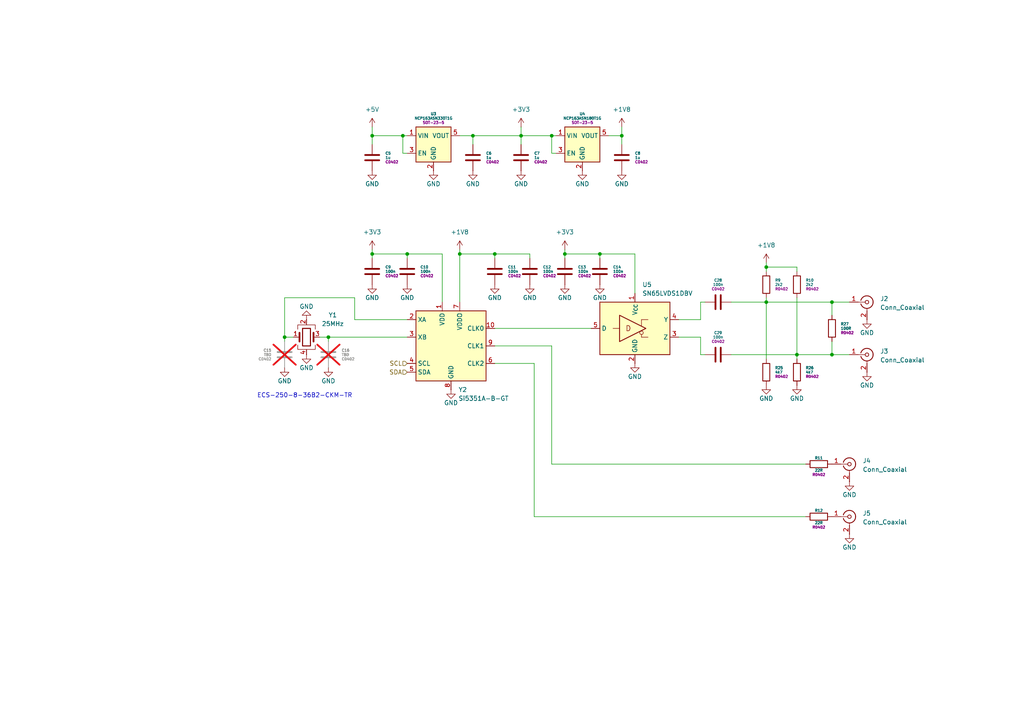
<source format=kicad_sch>
(kicad_sch (version 20250114) (generator "eeschema") (generator_version "9.0")
  (paper "A4")
  (lib_symbols
    (symbol "Connector:Conn_Coaxial" (pin_names (offset 1.016) (hide yes))
      (property "Reference" "J" (at 0.254 3.048 0))
      (property "Value" "Conn_Coaxial" (at 2.921 0 90))
      (symbol "Conn_Coaxial_0_1"
        (polyline (pts (xy -2.54 0) (xy -0.508 0)))
        (arc (start 1.778 0) (mid 0.222 -1.8079) (end -1.778 -0.508) (stroke (width 0.254)))
        (arc (start -1.778 0.508) (mid 0.2221 1.8084) (end 1.778 0) (stroke (width 0.254)))
        (circle (center 0 0) (radius 0.508) (stroke (width 0.2032)))
        (polyline (pts (xy 0 -2.54) (xy 0 -1.778)))
      )
      (symbol "Conn_Coaxial_1_1"
        (pin passive line (at -5.08 0 0) (length 2.54) (name "In") (number "1"))
        (pin passive line (at 0 -5.08 90) (length 2.54) (name "Ext") (number "2"))
      )
    )
    (symbol "Device:C" (pin_numbers (hide yes)) (pin_names (offset 0.254))
      (property "Reference" "C" (at 0.635 2.54 0))
      (property "Value" "C" (at 0.635 -2.54 0))
      (symbol "C_0_1"
        (polyline (pts (xy -2.032 0.762) (xy 2.032 0.762)) (stroke (width 0.508)))
        (polyline (pts (xy -2.032 -0.762) (xy 2.032 -0.762)) (stroke (width 0.508)))
      )
      (symbol "C_1_1"
        (pin passive line (at 0 3.81 270) (length 2.794) (name "~") (number "1"))
        (pin passive line (at 0 -3.81 90) (length 2.794) (name "~") (number "2"))
      )
    )
    (symbol "Device:Crystal_GND24" (pin_names (offset 1.016) (hide yes))
      (property "Reference" "Y" (at 3.175 5.08 0))
      (property "Value" "Crystal_GND24" (at 3.175 3.175 0))
      (symbol "Crystal_GND24_0_1"
        (polyline (pts (xy -2.54 2.286) (xy -2.54 3.556) (xy 2.54 3.556) (xy 2.54 2.286)))
        (polyline (pts (xy -2.54 0) (xy -2.032 0)))
        (polyline (pts (xy -2.54 -2.286) (xy -2.54 -3.556) (xy 2.54 -3.556) (xy 2.54 -2.286)))
        (polyline (pts (xy -2.032 -1.27) (xy -2.032 1.27)) (stroke (width 0.508)))
        (rectangle (start -1.143 2.54) (end 1.143 -2.54) (stroke (width 0.3048)))
        (polyline (pts (xy 0 3.556) (xy 0 3.81)))
        (polyline (pts (xy 0 -3.81) (xy 0 -3.556)))
        (polyline (pts (xy 2.032 0) (xy 2.54 0)))
        (polyline (pts (xy 2.032 -1.27) (xy 2.032 1.27)) (stroke (width 0.508)))
      )
      (symbol "Crystal_GND24_1_1"
        (pin passive line (at -3.81 0 0) (length 1.27) (name "1") (number "1"))
        (pin passive line (at 0 5.08 270) (length 1.27) (name "2") (number "2"))
        (pin passive line (at 0 -5.08 90) (length 1.27) (name "4") (number "4"))
        (pin passive line (at 3.81 0 180) (length 1.27) (name "3") (number "3"))
      )
    )
    (symbol "Device:R" (pin_numbers (hide yes)) (pin_names (offset 0))
      (property "Reference" "R" (at 2.032 0 90))
      (property "Value" "R" (at 0 0 90))
      (symbol "R_0_1"
        (rectangle (start -1.016 -2.54) (end 1.016 2.54) (stroke (width 0.254)))
      )
      (symbol "R_1_1"
        (pin passive line (at 0 3.81 270) (length 1.27) (name "~") (number "1"))
        (pin passive line (at 0 -3.81 90) (length 1.27) (name "~") (number "2"))
      )
    )
    (symbol "Interface:SN65LVDS1DBV"
      (property "Reference" "U" (at -8.89 8.89 0))
      (property "Value" "SN65LVDS1DBV" (at 1.27 8.89 0))
      (symbol "SN65LVDS1DBV_1_0"
        (rectangle (start -10.16 7.62) (end 10.16 -7.62) (stroke (width 0.254)) (fill (type background)))
        (polyline (pts (xy 1.905 0.635) (xy 1.905 2.54)))
        (circle (center 1.905 -1.27) (radius 0.508))
        (polyline (pts (xy 1.905 -1.778) (xy 1.905 -2.54)))
        (text "D" (at -1.905 0 0) (effects (font (size 1.524 1.524))))
      )
      (symbol "SN65LVDS1DBV_1_1"
        (polyline (pts (xy -6.35 0) (xy -4.445 0)))
        (polyline (pts (xy -4.445 -3.81) (xy -4.445 3.81) (xy 3.175 0) (xy -4.445 -3.81)) (stroke (width 0.254)))
        (polyline (pts (xy 1.905 -2.54) (xy 3.81 -2.54)))
        (polyline (pts (xy 3.81 2.54) (xy 1.905 2.54)))
        (pin input line (at -12.7 0 0) (length 2.54) (name "D") (number "5"))
        (pin power_in line (at 0 10.16 270) (length 2.54) (name "V_{CC}") (number "1"))
        (pin power_in line (at 0 -10.16 90) (length 2.54) (name "GND") (number "2"))
        (pin output line (at 12.7 2.54 180) (length 2.54) (name "Y") (number "4"))
        (pin output line (at 12.7 -2.54 180) (length 2.54) (name "Z") (number "3"))
      )
    )
    (symbol "Oscillator:Si5351A-B-GT"
      (property "Reference" "Y" (at -8.89 11.43 0))
      (property "Value" "Si5351A-B-GT" (at -12.7 -12.7 0))
      (symbol "Si5351A-B-GT_0_1"
        (rectangle (start -10.16 10.16) (end 10.16 -10.16) (stroke (width 0.254)) (fill (type background)))
      )
      (symbol "Si5351A-B-GT_1_1"
        (pin input line (at -12.7 7.62 0) (length 2.54) (name "XA") (number "2"))
        (pin input line (at -12.7 2.54 0) (length 2.54) (name "XB") (number "3"))
        (pin input line (at -12.7 -5.08 0) (length 2.54) (name "SCL") (number "4"))
        (pin bidirectional line (at -12.7 -7.62 0) (length 2.54) (name "SDA") (number "5"))
        (pin power_in line (at -2.54 12.7 270) (length 2.54) (name "VDD") (number "1"))
        (pin power_in line (at 0 -12.7 90) (length 2.54) (name "GND") (number "8"))
        (pin power_in line (at 2.54 12.7 270) (length 2.54) (name "VDDO") (number "7"))
        (pin output line (at 12.7 5.08 180) (length 2.54) (name "CLK0") (number "10"))
        (pin output line (at 12.7 0 180) (length 2.54) (name "CLK1") (number "9"))
        (pin output line (at 12.7 -5.08 180) (length 2.54) (name "CLK2") (number "6"))
      )
    )
    (symbol "Regulator_Linear:NCP163ASN180T1G"
      (property "Reference" "U" (at 0 8.89 0))
      (property "Value" "NCP163ASN180T1G" (at 0 6.35 0))
      (symbol "NCP163ASN180T1G_0_1"
        (rectangle (start -5.08 5.08) (end 5.08 -5.08) (stroke (width 0.254)) (fill (type background)))
      )
      (symbol "NCP163ASN180T1G_1_1"
        (pin power_in line (at -7.62 2.54 0) (length 2.54) (name "VIN") (number "1"))
        (pin input line (at -7.62 -2.54 0) (length 2.54) (name "EN") (number "3"))
        (pin power_in line (at 0 -7.62 90) (length 2.54) (name "GND") (number "2"))
        (pin no_connect line (at 5.08 -2.54 180) (length 2.54) (hide yes) (name "NC") (number "4"))
        (pin power_out line (at 7.62 2.54 180) (length 2.54) (name "VOUT") (number "5"))
      )
    )
    (symbol "power:+1V8" (power) (pin_numbers (hide yes)) (pin_names (offset 0) (hide yes))
      (property "Value" "+1V8" (at 0 3.556 0))
      (symbol "+1V8_0_1"
        (polyline (pts (xy -0.762 1.27) (xy 0 2.54)))
        (polyline (pts (xy 0 2.54) (xy 0.762 1.27)))
        (polyline (pts (xy 0 0) (xy 0 2.54)))
      )
      (symbol "+1V8_1_1"
        (pin power_in line (at 0 0 90) (length 0) (name "~") (number "1"))
      )
    )
    (symbol "power:+3V3" (power) (pin_numbers (hide yes)) (pin_names (offset 0) (hide yes))
      (property "Value" "+3V3" (at 0 3.556 0))
      (symbol "+3V3_0_1"
        (polyline (pts (xy -0.762 1.27) (xy 0 2.54)))
        (polyline (pts (xy 0 2.54) (xy 0.762 1.27)))
        (polyline (pts (xy 0 0) (xy 0 2.54)))
      )
      (symbol "+3V3_1_1"
        (pin power_in line (at 0 0 90) (length 0) (name "~") (number "1"))
      )
    )
    (symbol "power:+5V" (power) (pin_numbers (hide yes)) (pin_names (offset 0) (hide yes))
      (property "Value" "+5V" (at 0 3.556 0))
      (symbol "+5V_0_1"
        (polyline (pts (xy -0.762 1.27) (xy 0 2.54)))
        (polyline (pts (xy 0 2.54) (xy 0.762 1.27)))
        (polyline (pts (xy 0 0) (xy 0 2.54)))
      )
      (symbol "+5V_1_1"
        (pin power_in line (at 0 0 90) (length 0) (name "~") (number "1"))
      )
    )
    (symbol "power:GND" (power) (pin_numbers (hide yes)) (pin_names (offset 0) (hide yes))
      (property "Value" "GND" (at 0 -3.81 0))
      (symbol "GND_0_1"
        (polyline (pts (xy 0 0) (xy 0 -1.27) (xy 1.27 -1.27) (xy 0 -2.54) (xy -1.27 -1.27) (xy 0 -1.27)))
      )
      (symbol "GND_1_1"
        (pin power_in line (at 0 0 270) (length 0) (name "~") (number "1"))
      )
    )
  )
  (text "ECS-250-8-36B2-CKM-TR" (at 88.392 114.808 0) (effects (font (size 1.27 1.27))))
  (junction (at 163.83 73.66))
  (junction (at 107.95 39.37))
  (junction (at 137.16 39.37))
  (junction (at 116.84 39.37))
  (junction (at 133.35 73.66))
  (junction (at 180.34 39.37))
  (junction (at 107.95 73.66))
  (junction (at 231.14 102.87))
  (junction (at 82.55 97.79))
  (junction (at 241.3 102.87))
  (junction (at 222.25 77.47))
  (junction (at 222.25 87.63))
  (junction (at 143.51 73.66))
  (junction (at 160.02 39.37))
  (junction (at 151.13 39.37))
  (junction (at 241.3 87.63))
  (junction (at 95.25 97.79))
  (junction (at 118.11 73.66))
  (junction (at 173.99 73.66))
  (wire (pts (xy 180.34 36.83) (xy 180.34 39.37)))
  (wire (pts (xy 143.51 73.66) (xy 153.67 73.66)))
  (wire (pts (xy 231.14 104.14) (xy 231.14 102.87)))
  (wire (pts (xy 222.25 87.63) (xy 222.25 104.14)))
  (wire (pts (xy 128.27 73.66) (xy 118.11 73.66)))
  (wire (pts (xy 137.16 39.37) (xy 137.16 41.91)))
  (wire (pts (xy 102.87 86.36) (xy 82.55 86.36)))
  (wire (pts (xy 212.09 87.63) (xy 222.25 87.63)))
  (wire (pts (xy 143.51 73.66) (xy 143.51 74.93)))
  (wire (pts (xy 231.14 86.36) (xy 231.14 102.87)))
  (wire (pts (xy 92.71 97.79) (xy 95.25 97.79)))
  (wire (pts (xy 160.02 44.45) (xy 160.02 39.37)))
  (wire (pts (xy 231.14 77.47) (xy 231.14 78.74)))
  (wire (pts (xy 107.95 39.37) (xy 116.84 39.37)))
  (wire (pts (xy 133.35 73.66) (xy 143.51 73.66)))
  (wire (pts (xy 102.87 92.71) (xy 102.87 86.36)))
  (wire (pts (xy 85.09 97.79) (xy 82.55 97.79)))
  (wire (pts (xy 161.29 44.45) (xy 160.02 44.45)))
  (wire (pts (xy 241.3 99.06) (xy 241.3 102.87)))
  (wire (pts (xy 184.15 85.09) (xy 184.15 73.66)))
  (wire (pts (xy 128.27 87.63) (xy 128.27 73.66)))
  (wire (pts (xy 143.51 100.33) (xy 160.02 100.33)))
  (wire (pts (xy 116.84 44.45) (xy 116.84 39.37)))
  (wire (pts (xy 118.11 44.45) (xy 116.84 44.45)))
  (wire (pts (xy 107.95 73.66) (xy 118.11 73.66)))
  (wire (pts (xy 241.3 87.63) (xy 241.3 91.44)))
  (wire (pts (xy 118.11 92.71) (xy 102.87 92.71)))
  (wire (pts (xy 173.99 73.66) (xy 173.99 74.93)))
  (wire (pts (xy 107.95 72.39) (xy 107.95 73.66)))
  (wire (pts (xy 160.02 100.33) (xy 160.02 134.62)))
  (wire (pts (xy 154.94 105.41) (xy 143.51 105.41)))
  (wire (pts (xy 143.51 95.25) (xy 171.45 95.25)))
  (wire (pts (xy 163.83 74.93) (xy 163.83 73.66)))
  (wire (pts (xy 116.84 39.37) (xy 118.11 39.37)))
  (wire (pts (xy 184.15 73.66) (xy 173.99 73.66)))
  (wire (pts (xy 176.53 39.37) (xy 180.34 39.37)))
  (wire (pts (xy 133.35 39.37) (xy 137.16 39.37)))
  (wire (pts (xy 241.3 102.87) (xy 246.38 102.87)))
  (wire (pts (xy 82.55 86.36) (xy 82.55 97.79)))
  (wire (pts (xy 222.25 78.74) (xy 222.25 77.47)))
  (wire (pts (xy 222.25 87.63) (xy 241.3 87.63)))
  (wire (pts (xy 107.95 41.91) (xy 107.95 39.37)))
  (wire (pts (xy 95.25 97.79) (xy 95.25 99.06)))
  (wire (pts (xy 154.94 149.86) (xy 154.94 105.41)))
  (wire (pts (xy 203.2 87.63) (xy 204.47 87.63)))
  (wire (pts (xy 82.55 97.79) (xy 82.55 99.06)))
  (wire (pts (xy 160.02 39.37) (xy 161.29 39.37)))
  (wire (pts (xy 163.83 73.66) (xy 173.99 73.66)))
  (wire (pts (xy 212.09 102.87) (xy 231.14 102.87)))
  (wire (pts (xy 233.68 149.86) (xy 154.94 149.86)))
  (wire (pts (xy 133.35 72.39) (xy 133.35 73.66)))
  (wire (pts (xy 107.95 36.83) (xy 107.95 39.37)))
  (wire (pts (xy 231.14 102.87) (xy 241.3 102.87)))
  (wire (pts (xy 118.11 73.66) (xy 118.11 74.93)))
  (wire (pts (xy 137.16 39.37) (xy 151.13 39.37)))
  (wire (pts (xy 107.95 74.93) (xy 107.95 73.66)))
  (wire (pts (xy 153.67 73.66) (xy 153.67 74.93)))
  (wire (pts (xy 222.25 76.2) (xy 222.25 77.47)))
  (wire (pts (xy 203.2 97.79) (xy 196.85 97.79)))
  (wire (pts (xy 151.13 41.91) (xy 151.13 39.37)))
  (wire (pts (xy 241.3 87.63) (xy 246.38 87.63)))
  (wire (pts (xy 222.25 86.36) (xy 222.25 87.63)))
  (wire (pts (xy 151.13 36.83) (xy 151.13 39.37)))
  (wire (pts (xy 203.2 87.63) (xy 203.2 92.71)))
  (wire (pts (xy 203.2 102.87) (xy 204.47 102.87)))
  (wire (pts (xy 203.2 102.87) (xy 203.2 97.79)))
  (wire (pts (xy 95.25 97.79) (xy 118.11 97.79)))
  (wire (pts (xy 163.83 72.39) (xy 163.83 73.66)))
  (wire (pts (xy 160.02 134.62) (xy 233.68 134.62)))
  (wire (pts (xy 203.2 92.71) (xy 196.85 92.71)))
  (wire (pts (xy 151.13 39.37) (xy 160.02 39.37)))
  (wire (pts (xy 180.34 39.37) (xy 180.34 41.91)))
  (wire (pts (xy 133.35 87.63) (xy 133.35 73.66)))
  (wire (pts (xy 222.25 77.47) (xy 231.14 77.47)))
  (hierarchical_label "SCL" (shape input) (at 118.11 105.41 180))
  (hierarchical_label "SDA" (shape input) (at 118.11 107.95 180))
  (symbol (lib_id "Device:C") (at 143.51 78.74 0) (unit 1)
    (property "Reference" "C11" (at 147.32 77.47 0) (effects (font (size 0.762 0.762)) (justify left)))
    (property "Value" "100n" (at 147.32 78.74 0) (effects (font (size 0.762 0.762)) (justify left)))
    (property "Footprint" "Capacitor_SMD:C_0402_1005Metric" (effects (hide yes)))
    (property "Description" "Unpolarized capacitor" (effects (hide yes)))
    (property "Field5" "C0402" (at 147.32 80.01 0) (effects (font (size 0.762 0.762)) (justify left)))
  )
  (symbol (lib_id "Device:R") (at 231.14 82.55 0) (unit 1)
    (property "Reference" "R10" (at 233.68 81.28 0) (effects (font (size 0.762 0.762)) (justify left)))
    (property "Value" "2k2" (at 233.68 82.55 0) (effects (font (size 0.762 0.762)) (justify left)))
    (property "Footprint" "Resistor_SMD:R_0402_1005Metric" (effects (hide yes)))
    (property "Description" "Resistor" (effects (hide yes)))
    (property "Field5" "R0402" (at 233.68 83.82 0) (effects (font (size 0.762 0.762)) (justify left)))
  )
  (symbol (lib_id "Device:C") (at 163.83 78.74 0) (unit 1)
    (property "Reference" "C13" (at 167.64 77.47 0) (effects (font (size 0.762 0.762)) (justify left)))
    (property "Value" "100n" (at 167.64 78.74 0) (effects (font (size 0.762 0.762)) (justify left)))
    (property "Footprint" "Capacitor_SMD:C_0402_1005Metric" (effects (hide yes)))
    (property "Description" "Unpolarized capacitor" (effects (hide yes)))
    (property "Field5" "C0402" (at 167.64 80.01 0) (effects (font (size 0.762 0.762)) (justify left)))
  )
  (symbol (lib_id "power:GND") (at 82.55 106.68 0) (unit 1)
    (property "Reference" "#PWR037" (effects (hide yes)))
    (property "Value" "GND" (at 82.55 110.49 0))
    (property "Description" "Power symbol creates a global label with name \"GND\" , ground" (effects (hide yes)))
  )
  (symbol (lib_id "Device:C") (at 151.13 45.72 0) (unit 1)
    (property "Reference" "C7" (at 154.94 44.45 0) (effects (font (size 0.762 0.762)) (justify left)))
    (property "Value" "1u" (at 154.94 45.72 0) (effects (font (size 0.762 0.762)) (justify left)))
    (property "Footprint" "Capacitor_SMD:C_0402_1005Metric" (effects (hide yes)))
    (property "Description" "Unpolarized capacitor" (effects (hide yes)))
    (property "Field5" "C0402" (at 154.94 46.99 0) (effects (font (size 0.762 0.762)) (justify left)))
  )
  (symbol (lib_id "Connector:Conn_Coaxial") (at 251.46 102.87 0) (unit 1)
    (property "Reference" "J3" (at 255.27 101.8931 0) (effects (justify left)))
    (property "Value" "Conn_Coaxial" (at 255.27 104.4331 0) (effects (justify left)))
    (property "Footprint" "Connector_Coaxial:U.FL_Hirose_U.FL-R-SMT-1_Vertical" (effects (hide yes)))
    (property "Description" "coaxial connector (BNC, SMA, SMB, SMC, Cinch/RCA, LEMO, ...)" (effects (hide yes)))
  )
  (symbol (lib_id "Device:C") (at 82.55 102.87 0) (mirror y) (unit 1) (dnp yes)
    (property "Reference" "C15" (at 78.74 101.6 0) (effects (font (size 0.762 0.762)) (justify left)))
    (property "Value" "TBD" (at 78.74 102.87 0) (effects (font (size 0.762 0.762)) (justify left)))
    (property "Footprint" "Capacitor_SMD:C_0402_1005Metric" (effects (hide yes)))
    (property "Description" "Unpolarized capacitor" (effects (hide yes)))
    (property "Field5" "C0402" (at 78.74 104.14 0) (effects (font (size 0.762 0.762)) (justify left)))
  )
  (symbol (lib_id "power:GND") (at 173.99 82.55 0) (unit 1)
    (property "Reference" "#PWR032" (effects (hide yes)))
    (property "Value" "GND" (at 173.99 86.36 0))
    (property "Description" "Power symbol creates a global label with name \"GND\" , ground" (effects (hide yes)))
  )
  (symbol (lib_id "Device:Crystal_GND24") (at 88.9 97.79 0) (unit 1)
    (property "Reference" "Y1" (at 96.52 91.3698 0))
    (property "Value" "25MHz" (at 96.52 93.9098 0))
    (property "Footprint" "Crystal:Crystal_SMD_2016-4Pin_2.0x1.6mm" (effects (hide yes)))
    (property "Description" "Four pin crystal, GND on pins 2 and 4" (effects (hide yes)))
  )
  (symbol (lib_id "Regulator_Linear:NCP163ASN180T1G") (at 168.91 41.91 0) (unit 1)
    (property "Reference" "U4" (at 168.91 33.02 0) (effects (font (size 0.762 0.762))))
    (property "Value" "NCP163ASN180T1G" (at 168.91 34.29 0) (effects (font (size 0.762 0.762))))
    (property "Footprint" "Package_TO_SOT_SMD:SOT-23-5" (effects (hide yes)))
    (property "Datasheet" "https://www.onsemi.com/pdf/datasheet/ncp163-d.pdf" (effects (hide yes)))
    (property "Description" "250mA low-noise LDO, 2.2V-5.5V input, 1.8V output, SOT-23-5" (effects (hide yes)))
    (property "Field5" "SOT-23-5" (at 168.91 35.56 0) (effects (font (size 0.762 0.762))))
  )
  (symbol (lib_id "power:GND") (at 95.25 106.68 0) (unit 1)
    (property "Reference" "#PWR038" (effects (hide yes)))
    (property "Value" "GND" (at 95.25 110.49 0))
    (property "Description" "Power symbol creates a global label with name \"GND\" , ground" (effects (hide yes)))
  )
  (symbol (lib_id "power:GND") (at 251.46 107.95 0) (unit 1)
    (property "Reference" "#PWR039" (effects (hide yes)))
    (property "Value" "GND" (at 251.46 111.76 0))
    (property "Description" "Power symbol creates a global label with name \"GND\" , ground" (effects (hide yes)))
  )
  (symbol (lib_id "power:GND") (at 143.51 82.55 0) (unit 1)
    (property "Reference" "#PWR029" (effects (hide yes)))
    (property "Value" "GND" (at 143.51 86.36 0))
    (property "Description" "Power symbol creates a global label with name \"GND\" , ground" (effects (hide yes)))
  )
  (symbol (lib_id "power:GND") (at 231.14 111.76 0) (unit 1)
    (property "Reference" "#PWR072" (effects (hide yes)))
    (property "Value" "GND" (at 231.14 115.57 0))
    (property "Description" "Power symbol creates a global label with name \"GND\" , ground" (effects (hide yes)))
  )
  (symbol (lib_id "power:GND") (at 184.15 105.41 0) (unit 1)
    (property "Reference" "#PWR036" (effects (hide yes)))
    (property "Value" "GND" (at 184.15 109.22 0))
    (property "Description" "Power symbol creates a global label with name \"GND\" , ground" (effects (hide yes)))
  )
  (symbol (lib_id "Device:R") (at 222.25 82.55 0) (unit 1)
    (property "Reference" "R9" (at 224.79 81.28 0) (effects (font (size 0.762 0.762)) (justify left)))
    (property "Value" "2k2" (at 224.79 82.55 0) (effects (font (size 0.762 0.762)) (justify left)))
    (property "Footprint" "Resistor_SMD:R_0402_1005Metric" (effects (hide yes)))
    (property "Description" "Resistor" (effects (hide yes)))
    (property "Field5" "R0402" (at 224.79 83.82 0) (effects (font (size 0.762 0.762)) (justify left)))
  )
  (symbol (lib_id "power:+1V8") (at 133.35 72.39 0) (unit 1)
    (property "Reference" "#PWR025" (effects (hide yes)))
    (property "Value" "+1V8" (at 133.35 67.31 0))
    (property "Description" "Power symbol creates a global label with name \"+1V8\"" (effects (hide yes)))
  )
  (symbol (lib_id "power:GND") (at 246.38 139.7 0) (unit 1)
    (property "Reference" "#PWR041" (effects (hide yes)))
    (property "Value" "GND" (at 246.38 143.51 0))
    (property "Description" "Power symbol creates a global label with name \"GND\" , ground" (effects (hide yes)))
  )
  (symbol (lib_id "power:GND") (at 107.95 49.53 0) (unit 1)
    (property "Reference" "#PWR018" (effects (hide yes)))
    (property "Value" "GND" (at 107.95 53.34 0))
    (property "Description" "Power symbol creates a global label with name \"GND\" , ground" (effects (hide yes)))
  )
  (symbol (lib_id "Device:C") (at 208.28 87.63 90) (unit 1)
    (property "Reference" "C28" (at 208.28 81.28 90) (effects (font (size 0.762 0.762))))
    (property "Value" "100n" (at 208.28 82.55 90) (effects (font (size 0.762 0.762))))
    (property "Footprint" "Capacitor_SMD:C_0402_1005Metric" (effects (hide yes)))
    (property "Description" "Unpolarized capacitor" (effects (hide yes)))
    (property "Field5" "C0402" (at 208.28 83.82 90) (effects (font (size 0.762 0.762))))
  )
  (symbol (lib_id "Device:C") (at 95.25 102.87 0) (unit 1) (dnp yes)
    (property "Reference" "C16" (at 99.06 101.6 0) (effects (font (size 0.762 0.762)) (justify left)))
    (property "Value" "TBD" (at 99.06 102.87 0) (effects (font (size 0.762 0.762)) (justify left)))
    (property "Footprint" "Capacitor_SMD:C_0402_1005Metric" (effects (hide yes)))
    (property "Description" "Unpolarized capacitor" (effects (hide yes)))
    (property "Field5" "C0402" (at 99.06 104.14 0) (effects (font (size 0.762 0.762)) (justify left)))
  )
  (symbol (lib_id "Device:C") (at 180.34 45.72 0) (unit 1)
    (property "Reference" "C8" (at 184.15 44.45 0) (effects (font (size 0.762 0.762)) (justify left)))
    (property "Value" "1u" (at 184.15 45.72 0) (effects (font (size 0.762 0.762)) (justify left)))
    (property "Footprint" "Capacitor_SMD:C_0402_1005Metric" (effects (hide yes)))
    (property "Description" "Unpolarized capacitor" (effects (hide yes)))
    (property "Field5" "C0402" (at 184.15 46.99 0) (effects (font (size 0.762 0.762)) (justify left)))
  )
  (symbol (lib_id "Device:R") (at 237.49 134.62 90) (unit 1)
    (property "Reference" "R11" (at 237.49 132.842 90) (effects (font (size 0.762 0.762))))
    (property "Value" "22R" (at 237.49 136.398 90) (effects (font (size 0.762 0.762))))
    (property "Footprint" "Resistor_SMD:R_0402_1005Metric" (effects (hide yes)))
    (property "Description" "Resistor" (effects (hide yes)))
    (property "Field5" "R0402" (at 237.49 137.668 90) (effects (font (size 0.762 0.762))))
  )
  (symbol (lib_id "power:+3V3") (at 151.13 36.83 0) (unit 1)
    (property "Reference" "#PWR016" (effects (hide yes)))
    (property "Value" "+3V3" (at 151.13 31.75 0))
    (property "Description" "Power symbol creates a global label with name \"+3V3\"" (effects (hide yes)))
  )
  (symbol (lib_id "Device:C") (at 173.99 78.74 0) (unit 1)
    (property "Reference" "C14" (at 177.8 77.47 0) (effects (font (size 0.762 0.762)) (justify left)))
    (property "Value" "100n" (at 177.8 78.74 0) (effects (font (size 0.762 0.762)) (justify left)))
    (property "Footprint" "Capacitor_SMD:C_0402_1005Metric" (effects (hide yes)))
    (property "Description" "Unpolarized capacitor" (effects (hide yes)))
    (property "Field5" "C0402" (at 177.8 80.01 0) (effects (font (size 0.762 0.762)) (justify left)))
  )
  (symbol (lib_id "power:GND") (at 88.9 92.71 180) (unit 1)
    (property "Reference" "#PWR033" (effects (hide yes)))
    (property "Value" "GND" (at 88.9 88.9 0))
    (property "Description" "Power symbol creates a global label with name \"GND\" , ground" (effects (hide yes)))
  )
  (symbol (lib_id "Device:R") (at 241.3 95.25 0) (unit 1)
    (property "Reference" "R27" (at 243.84 93.98 0) (effects (font (size 0.762 0.762)) (justify left)))
    (property "Value" "100R" (at 243.84 95.25 0) (effects (font (size 0.762 0.762)) (justify left)))
    (property "Footprint" "Resistor_SMD:R_0402_1005Metric" (effects (hide yes)))
    (property "Description" "Resistor" (effects (hide yes)))
    (property "Field5" "R0402" (at 243.84 96.52 0) (effects (font (size 0.762 0.762)) (justify left)))
  )
  (symbol (lib_id "power:GND") (at 163.83 82.55 0) (unit 1)
    (property "Reference" "#PWR031" (effects (hide yes)))
    (property "Value" "GND" (at 163.83 86.36 0))
    (property "Description" "Power symbol creates a global label with name \"GND\" , ground" (effects (hide yes)))
  )
  (symbol (lib_id "power:GND") (at 137.16 49.53 0) (unit 1)
    (property "Reference" "#PWR020" (effects (hide yes)))
    (property "Value" "GND" (at 137.16 53.34 0))
    (property "Description" "Power symbol creates a global label with name \"GND\" , ground" (effects (hide yes)))
  )
  (symbol (lib_id "power:GND") (at 168.91 49.53 0) (unit 1)
    (property "Reference" "#PWR022" (effects (hide yes)))
    (property "Value" "GND" (at 168.91 53.34 0))
    (property "Description" "Power symbol creates a global label with name \"GND\" , ground" (effects (hide yes)))
  )
  (symbol (lib_id "Device:R") (at 231.14 107.95 0) (unit 1)
    (property "Reference" "R26" (at 233.68 106.68 0) (effects (font (size 0.762 0.762)) (justify left)))
    (property "Value" "4k7" (at 233.68 107.95 0) (effects (font (size 0.762 0.762)) (justify left)))
    (property "Footprint" "Resistor_SMD:R_0402_1005Metric" (effects (hide yes)))
    (property "Description" "Resistor" (effects (hide yes)))
    (property "Field5" "R0402" (at 233.68 109.22 0) (effects (font (size 0.762 0.762)) (justify left)))
  )
  (symbol (lib_id "Device:C") (at 137.16 45.72 0) (unit 1)
    (property "Reference" "C6" (at 140.97 44.45 0) (effects (font (size 0.762 0.762)) (justify left)))
    (property "Value" "1u" (at 140.97 45.72 0) (effects (font (size 0.762 0.762)) (justify left)))
    (property "Footprint" "Capacitor_SMD:C_0402_1005Metric" (effects (hide yes)))
    (property "Description" "Unpolarized capacitor" (effects (hide yes)))
    (property "Field5" "C0402" (at 140.97 46.99 0) (effects (font (size 0.762 0.762)) (justify left)))
  )
  (symbol (lib_id "power:+1V8") (at 180.34 36.83 0) (unit 1)
    (property "Reference" "#PWR017" (effects (hide yes)))
    (property "Value" "+1V8" (at 180.34 31.75 0))
    (property "Description" "Power symbol creates a global label with name \"+1V8\"" (effects (hide yes)))
  )
  (symbol (lib_id "power:GND") (at 130.81 113.03 0) (unit 1)
    (property "Reference" "#PWR040" (effects (hide yes)))
    (property "Value" "GND" (at 130.81 116.84 0))
    (property "Description" "Power symbol creates a global label with name \"GND\" , ground" (effects (hide yes)))
  )
  (symbol (lib_id "power:+3V3") (at 107.95 72.39 0) (unit 1)
    (property "Reference" "#PWR024" (effects (hide yes)))
    (property "Value" "+3V3" (at 107.95 67.31 0))
    (property "Description" "Power symbol creates a global label with name \"+3V3\"" (effects (hide yes)))
  )
  (symbol (lib_id "power:GND") (at 151.13 49.53 0) (unit 1)
    (property "Reference" "#PWR021" (effects (hide yes)))
    (property "Value" "GND" (at 151.13 53.34 0))
    (property "Description" "Power symbol creates a global label with name \"GND\" , ground" (effects (hide yes)))
  )
  (symbol (lib_id "power:GND") (at 222.25 111.76 0) (unit 1)
    (property "Reference" "#PWR071" (effects (hide yes)))
    (property "Value" "GND" (at 222.25 115.57 0))
    (property "Description" "Power symbol creates a global label with name \"GND\" , ground" (effects (hide yes)))
  )
  (symbol (lib_id "power:+5V") (at 107.95 36.83 0) (unit 1)
    (property "Reference" "#PWR015" (effects (hide yes)))
    (property "Value" "+5V" (at 107.95 31.75 0))
    (property "Description" "Power symbol creates a global label with name \"+5V\"" (effects (hide yes)))
  )
  (symbol (lib_id "power:GND") (at 107.95 82.55 0) (unit 1)
    (property "Reference" "#PWR027" (effects (hide yes)))
    (property "Value" "GND" (at 107.95 86.36 0))
    (property "Description" "Power symbol creates a global label with name \"GND\" , ground" (effects (hide yes)))
  )
  (symbol (lib_id "Device:C") (at 107.95 45.72 0) (unit 1)
    (property "Reference" "C5" (at 111.76 44.45 0) (effects (font (size 0.762 0.762)) (justify left)))
    (property "Value" "1u" (at 111.76 45.72 0) (effects (font (size 0.762 0.762)) (justify left)))
    (property "Footprint" "Capacitor_SMD:C_0402_1005Metric" (effects (hide yes)))
    (property "Description" "Unpolarized capacitor" (effects (hide yes)))
    (property "Field5" "C0402" (at 111.76 46.99 0) (effects (font (size 0.762 0.762)) (justify left)))
  )
  (symbol (lib_id "Device:C") (at 107.95 78.74 0) (unit 1)
    (property "Reference" "C9" (at 111.76 77.47 0) (effects (font (size 0.762 0.762)) (justify left)))
    (property "Value" "100n" (at 111.76 78.74 0) (effects (font (size 0.762 0.762)) (justify left)))
    (property "Footprint" "Capacitor_SMD:C_0402_1005Metric" (effects (hide yes)))
    (property "Description" "Unpolarized capacitor" (effects (hide yes)))
    (property "Field5" "C0402" (at 111.76 80.01 0) (effects (font (size 0.762 0.762)) (justify left)))
  )
  (symbol (lib_id "power:GND") (at 153.67 82.55 0) (unit 1)
    (property "Reference" "#PWR030" (effects (hide yes)))
    (property "Value" "GND" (at 153.67 86.36 0))
    (property "Description" "Power symbol creates a global label with name \"GND\" , ground" (effects (hide yes)))
  )
  (symbol (lib_id "power:GND") (at 180.34 49.53 0) (unit 1)
    (property "Reference" "#PWR023" (effects (hide yes)))
    (property "Value" "GND" (at 180.34 53.34 0))
    (property "Description" "Power symbol creates a global label with name \"GND\" , ground" (effects (hide yes)))
  )
  (symbol (lib_id "Device:R") (at 237.49 149.86 90) (unit 1)
    (property "Reference" "R12" (at 237.49 148.082 90) (effects (font (size 0.762 0.762))))
    (property "Value" "22R" (at 237.49 151.638 90) (effects (font (size 0.762 0.762))))
    (property "Footprint" "Resistor_SMD:R_0402_1005Metric" (effects (hide yes)))
    (property "Description" "Resistor" (effects (hide yes)))
    (property "Field5" "R0402" (at 237.49 152.908 90) (effects (font (size 0.762 0.762))))
  )
  (symbol (lib_id "Device:R") (at 222.25 107.95 0) (unit 1)
    (property "Reference" "R25" (at 224.79 106.68 0) (effects (font (size 0.762 0.762)) (justify left)))
    (property "Value" "4k7" (at 224.79 107.95 0) (effects (font (size 0.762 0.762)) (justify left)))
    (property "Footprint" "Resistor_SMD:R_0402_1005Metric" (effects (hide yes)))
    (property "Description" "Resistor" (effects (hide yes)))
    (property "Field5" "R0402" (at 224.79 109.22 0) (effects (font (size 0.762 0.762)) (justify left)))
  )
  (symbol (lib_id "Device:C") (at 153.67 78.74 0) (unit 1)
    (property "Reference" "C12" (at 157.48 77.47 0) (effects (font (size 0.762 0.762)) (justify left)))
    (property "Value" "100n" (at 157.48 78.74 0) (effects (font (size 0.762 0.762)) (justify left)))
    (property "Footprint" "Capacitor_SMD:C_0402_1005Metric" (effects (hide yes)))
    (property "Description" "Unpolarized capacitor" (effects (hide yes)))
    (property "Field5" "C0402" (at 157.48 80.01 0) (effects (font (size 0.762 0.762)) (justify left)))
  )
  (symbol (lib_id "power:+3V3") (at 163.83 72.39 0) (unit 1)
    (property "Reference" "#PWR026" (effects (hide yes)))
    (property "Value" "+3V3" (at 163.83 67.31 0))
    (property "Description" "Power symbol creates a global label with name \"+3V3\"" (effects (hide yes)))
  )
  (symbol (lib_id "power:GND") (at 125.73 49.53 0) (unit 1)
    (property "Reference" "#PWR019" (effects (hide yes)))
    (property "Value" "GND" (at 125.73 53.34 0))
    (property "Description" "Power symbol creates a global label with name \"GND\" , ground" (effects (hide yes)))
  )
  (symbol (lib_id "Regulator_Linear:NCP163ASN180T1G") (at 125.73 41.91 0) (unit 1)
    (property "Reference" "U3" (at 125.73 33.02 0) (effects (font (size 0.762 0.762))))
    (property "Value" "NCP163ASN330T1G" (at 125.73 34.29 0) (effects (font (size 0.762 0.762))))
    (property "Footprint" "Package_TO_SOT_SMD:SOT-23-5" (effects (hide yes)))
    (property "Datasheet" "https://www.onsemi.com/pdf/datasheet/ncp163-d.pdf" (effects (hide yes)))
    (property "Description" "250mA low-noise LDO, 2.2V-5.5V input, 1.8V output, SOT-23-5" (effects (hide yes)))
    (property "Field5" "SOT-23-5" (at 125.73 35.56 0) (effects (font (size 0.762 0.762))))
  )
  (symbol (lib_id "Connector:Conn_Coaxial") (at 251.46 87.63 0) (unit 1)
    (property "Reference" "J2" (at 255.27 86.6531 0) (effects (justify left)))
    (property "Value" "Conn_Coaxial" (at 255.27 89.1931 0) (effects (justify left)))
    (property "Footprint" "Connector_Coaxial:U.FL_Hirose_U.FL-R-SMT-1_Vertical" (effects (hide yes)))
    (property "Description" "coaxial connector (BNC, SMA, SMB, SMC, Cinch/RCA, LEMO, ...)" (effects (hide yes)))
  )
  (symbol (lib_id "Device:C") (at 208.28 102.87 90) (unit 1)
    (property "Reference" "C29" (at 208.28 96.52 90) (effects (font (size 0.762 0.762))))
    (property "Value" "100n" (at 208.28 97.79 90) (effects (font (size 0.762 0.762))))
    (property "Footprint" "Capacitor_SMD:C_0402_1005Metric" (effects (hide yes)))
    (property "Description" "Unpolarized capacitor" (effects (hide yes)))
    (property "Field5" "C0402" (at 208.28 99.06 90) (effects (font (size 0.762 0.762))))
  )
  (symbol (lib_id "Connector:Conn_Coaxial") (at 246.38 149.86 0) (unit 1)
    (property "Reference" "J5" (at 250.19 148.8831 0) (effects (justify left)))
    (property "Value" "Conn_Coaxial" (at 250.19 151.4231 0) (effects (justify left)))
    (property "Footprint" "Connector_Coaxial:U.FL_Hirose_U.FL-R-SMT-1_Vertical" (effects (hide yes)))
    (property "Description" "coaxial connector (BNC, SMA, SMB, SMC, Cinch/RCA, LEMO, ...)" (effects (hide yes)))
  )
  (symbol (lib_id "Connector:Conn_Coaxial") (at 246.38 134.62 0) (unit 1)
    (property "Reference" "J4" (at 250.19 133.6431 0) (effects (justify left)))
    (property "Value" "Conn_Coaxial" (at 250.19 136.1831 0) (effects (justify left)))
    (property "Footprint" "Connector_Coaxial:U.FL_Hirose_U.FL-R-SMT-1_Vertical" (effects (hide yes)))
    (property "Description" "coaxial connector (BNC, SMA, SMB, SMC, Cinch/RCA, LEMO, ...)" (effects (hide yes)))
  )
  (symbol (lib_id "Interface:SN65LVDS1DBV") (at 184.15 95.25 0) (unit 1)
    (property "Reference" "U5" (at 186.2933 82.55 0) (effects (justify left)))
    (property "Value" "SN65LVDS1DBV" (at 186.2933 85.09 0) (effects (justify left)))
    (property "Footprint" "Package_TO_SOT_SMD:SOT-23-5" (effects (hide yes)))
    (property "Datasheet" "http://www.ti.com/lit/ds/symlink/sn65lvds1.pdf" (effects (hide yes)))
    (property "Description" "High-Speed Differential Line Driver, 630Mbps, SOT-23-5" (effects (hide yes)))
  )
  (symbol (lib_id "power:GND") (at 88.9 102.87 0) (unit 1)
    (property "Reference" "#PWR035" (effects (hide yes)))
    (property "Value" "GND" (at 88.9 106.68 0))
    (property "Description" "Power symbol creates a global label with name \"GND\" , ground" (effects (hide yes)))
  )
  (symbol (lib_id "power:GND") (at 246.38 154.94 0) (unit 1)
    (property "Reference" "#PWR042" (effects (hide yes)))
    (property "Value" "GND" (at 246.38 158.75 0))
    (property "Description" "Power symbol creates a global label with name \"GND\" , ground" (effects (hide yes)))
  )
  (symbol (lib_id "power:+1V8") (at 222.25 76.2 0) (unit 1)
    (property "Reference" "#PWR073" (effects (hide yes)))
    (property "Value" "+1V8" (at 222.25 71.12 0))
    (property "Description" "Power symbol creates a global label with name \"+1V8\"" (effects (hide yes)))
  )
  (symbol (lib_id "Oscillator:Si5351A-B-GT") (at 130.81 100.33 0) (unit 1)
    (property "Reference" "Y2" (at 132.9533 113.03 0) (effects (justify left)))
    (property "Value" "Si5351A-B-GT" (at 132.9533 115.57 0) (effects (justify left)))
    (property "Footprint" "Package_SO:MSOP-10_3x3mm_P0.5mm" (effects (hide yes)))
    (property "Datasheet" "https://www.silabs.com/documents/public/data-sheets/Si5351-B.pdf" (effects (hide yes)))
    (property "Description" "I2C Programmable Any-Frequency CMOS Clock Generator, MSOP-8" (effects (hide yes)))
  )
  (symbol (lib_id "power:GND") (at 251.46 92.71 0) (unit 1)
    (property "Reference" "#PWR034" (effects (hide yes)))
    (property "Value" "GND" (at 251.46 96.52 0))
    (property "Description" "Power symbol creates a global label with name \"GND\" , ground" (effects (hide yes)))
  )
  (symbol (lib_id "Device:C") (at 118.11 78.74 0) (unit 1)
    (property "Reference" "C10" (at 121.92 77.47 0) (effects (font (size 0.762 0.762)) (justify left)))
    (property "Value" "100n" (at 121.92 78.74 0) (effects (font (size 0.762 0.762)) (justify left)))
    (property "Footprint" "Capacitor_SMD:C_0402_1005Metric" (effects (hide yes)))
    (property "Description" "Unpolarized capacitor" (effects (hide yes)))
    (property "Field5" "C0402" (at 121.92 80.01 0) (effects (font (size 0.762 0.762)) (justify left)))
  )
  (symbol (lib_id "power:GND") (at 118.11 82.55 0) (unit 1)
    (property "Reference" "#PWR028" (effects (hide yes)))
    (property "Value" "GND" (at 118.11 86.36 0))
    (property "Description" "Power symbol creates a global label with name \"GND\" , ground" (effects (hide yes)))
  )
)
</source>
